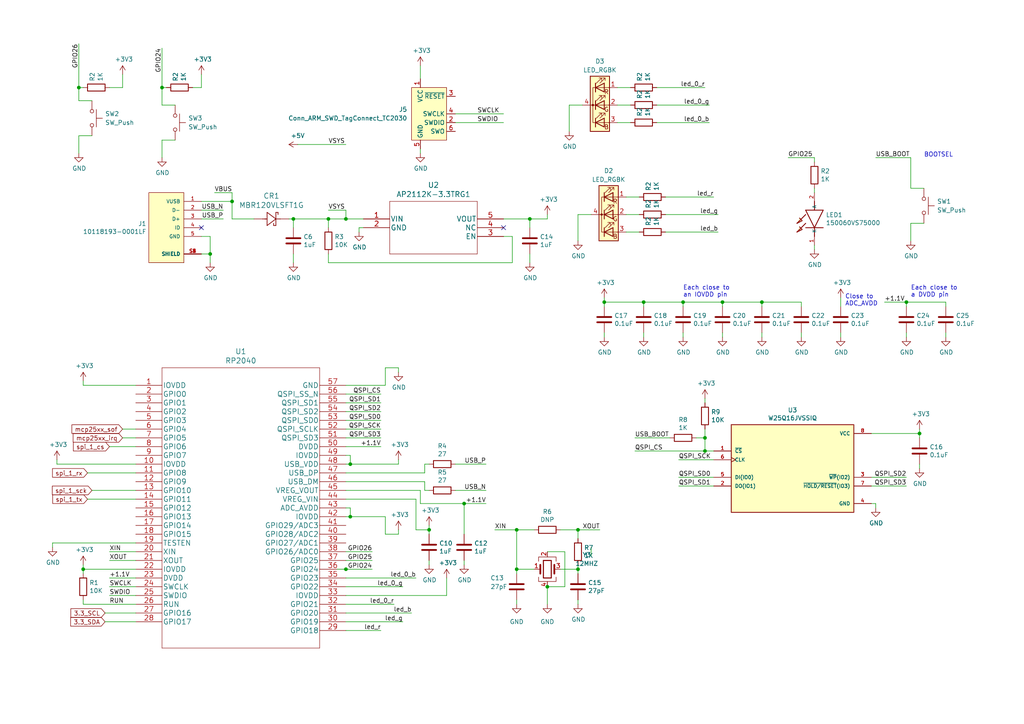
<source format=kicad_sch>
(kicad_sch (version 20230121) (generator eeschema)
  (paper "A4")
  (junction (at 67.31 58.42))
  (junction (at 60.96 73.66))
  (junction (at 186.69 87.63))
  (junction (at 101.6 149.86))
  (junction (at 209.55 87.63))
  (junction (at 167.64 165.1))
  (junction (at 22.86 25.4))
  (junction (at 149.86 153.67))
  (junction (at 198.12 87.63))
  (junction (at 204.47 130.81))
  (junction (at 95.25 63.5))
  (junction (at 262.89 87.63))
  (junction (at 149.86 165.1))
  (junction (at 100.33 63.5))
  (junction (at 167.64 153.67))
  (junction (at 100.33 165.1))
  (junction (at 153.67 63.5))
  (junction (at 266.7 125.73))
  (junction (at 220.98 87.63))
  (junction (at 204.47 127))
  (junction (at 158.75 170.18))
  (junction (at 24.13 165.1))
  (junction (at 134.62 146.05))
  (junction (at 85.09 63.5))
  (junction (at 101.6 134.62))
  (junction (at 46.99 25.4))
  (junction (at 124.46 153.67))
  (junction (at 175.26 87.63))
  (no_connect (at 58.42 66.04))
  (no_connect (at 146.05 66.04))
  (wire (pts (xy 264.16 45.72) (xy 264.16 54.61)))
  (wire (pts (xy 264.16 45.72) (xy 254 45.72)))
  (wire (pts (xy 100.33 121.92) (xy 110.49 121.92)))
  (wire (pts (xy 101.6 147.32) (xy 101.6 149.86)))
  (wire (pts (xy 22.86 25.4) (xy 24.13 25.4)))
  (wire (pts (xy 100.33 180.34) (xy 116.84 180.34)))
  (wire (pts (xy 121.92 146.05) (xy 134.62 146.05)))
  (wire (pts (xy 264.16 54.61) (xy 267.97 54.61)))
  (wire (pts (xy 132.08 35.56) (xy 146.05 35.56)))
  (wire (pts (xy 209.55 88.9) (xy 209.55 87.63)))
  (wire (pts (xy 100.33 160.02) (xy 107.95 160.02)))
  (wire (pts (xy 100.33 162.56) (xy 107.95 162.56)))
  (wire (pts (xy 220.98 88.9) (xy 220.98 87.63)))
  (wire (pts (xy 149.86 165.1) (xy 154.94 165.1)))
  (wire (pts (xy 162.56 153.67) (xy 167.64 153.67)))
  (wire (pts (xy 24.13 111.76) (xy 39.37 111.76)))
  (wire (pts (xy 252.73 140.97) (xy 262.89 140.97)))
  (wire (pts (xy 39.37 162.56) (xy 31.75 162.56)))
  (wire (pts (xy 100.33 170.18) (xy 116.84 170.18)))
  (wire (pts (xy 171.45 161.29) (xy 171.45 158.75)))
  (wire (pts (xy 35.56 127) (xy 39.37 127)))
  (wire (pts (xy 132.08 142.24) (xy 140.97 142.24)))
  (wire (pts (xy 184.15 130.81) (xy 204.47 130.81)))
  (wire (pts (xy 264.16 64.77) (xy 264.16 69.85)))
  (wire (pts (xy 236.22 45.72) (xy 228.6 45.72)))
  (wire (pts (xy 15.24 157.48) (xy 39.37 157.48)))
  (wire (pts (xy 100.33 149.86) (xy 101.6 149.86)))
  (wire (pts (xy 175.26 87.63) (xy 175.26 88.9)))
  (wire (pts (xy 100.33 134.62) (xy 101.6 134.62)))
  (wire (pts (xy 158.75 63.5) (xy 158.75 62.23)))
  (wire (pts (xy 123.19 142.24) (xy 124.46 142.24)))
  (wire (pts (xy 252.73 146.05) (xy 254 146.05)))
  (wire (pts (xy 24.13 175.26) (xy 24.13 173.99)))
  (wire (pts (xy 31.75 129.54) (xy 39.37 129.54)))
  (wire (pts (xy 207.01 138.43) (xy 196.85 138.43)))
  (wire (pts (xy 167.64 163.83) (xy 167.64 165.1)))
  (wire (pts (xy 95.25 63.5) (xy 95.25 66.04)))
  (wire (pts (xy 58.42 63.5) (xy 64.77 63.5)))
  (wire (pts (xy 181.61 57.15) (xy 185.42 57.15)))
  (wire (pts (xy 22.86 39.37) (xy 26.67 39.37)))
  (wire (pts (xy 24.13 166.37) (xy 24.13 165.1)))
  (wire (pts (xy 100.33 142.24) (xy 121.92 142.24)))
  (wire (pts (xy 162.56 165.1) (xy 167.64 165.1)))
  (wire (pts (xy 16.51 134.62) (xy 16.51 133.35)))
  (wire (pts (xy 209.55 96.52) (xy 209.55 97.79)))
  (wire (pts (xy 22.86 39.37) (xy 22.86 44.45)))
  (wire (pts (xy 232.41 88.9) (xy 232.41 87.63)))
  (wire (pts (xy 124.46 153.67) (xy 124.46 154.94)))
  (wire (pts (xy 100.33 165.1) (xy 107.95 165.1)))
  (wire (pts (xy 163.83 170.18) (xy 158.75 170.18)))
  (wire (pts (xy 198.12 96.52) (xy 198.12 97.79)))
  (wire (pts (xy 83.82 63.5) (xy 85.09 63.5)))
  (wire (pts (xy 100.33 111.76) (xy 111.76 111.76)))
  (wire (pts (xy 100.33 60.96) (xy 95.25 60.96)))
  (wire (pts (xy 67.31 63.5) (xy 73.66 63.5)))
  (wire (pts (xy 274.32 88.9) (xy 274.32 87.63)))
  (wire (pts (xy 148.59 76.2) (xy 148.59 68.58)))
  (wire (pts (xy 167.64 173.99) (xy 167.64 175.26)))
  (wire (pts (xy 104.14 67.31) (xy 104.14 66.04)))
  (wire (pts (xy 194.31 127) (xy 184.15 127)))
  (wire (pts (xy 100.33 144.78) (xy 120.65 144.78)))
  (wire (pts (xy 167.64 62.23) (xy 171.45 62.23)))
  (wire (pts (xy 220.98 96.52) (xy 220.98 97.79)))
  (wire (pts (xy 100.33 139.7) (xy 123.19 139.7)))
  (wire (pts (xy 120.65 144.78) (xy 120.65 153.67)))
  (wire (pts (xy 252.73 125.73) (xy 266.7 125.73)))
  (wire (pts (xy 179.07 30.48) (xy 182.88 30.48)))
  (wire (pts (xy 100.33 127) (xy 110.49 127)))
  (wire (pts (xy 198.12 88.9) (xy 198.12 87.63)))
  (wire (pts (xy 95.25 63.5) (xy 100.33 63.5)))
  (wire (pts (xy 67.31 55.88) (xy 62.23 55.88)))
  (wire (pts (xy 153.67 63.5) (xy 158.75 63.5)))
  (wire (pts (xy 190.5 30.48) (xy 205.74 30.48)))
  (wire (pts (xy 60.96 68.58) (xy 60.96 73.66)))
  (wire (pts (xy 149.86 153.67) (xy 154.94 153.67)))
  (wire (pts (xy 46.99 25.4) (xy 48.26 25.4)))
  (wire (pts (xy 46.99 13.97) (xy 46.99 25.4)))
  (wire (pts (xy 85.09 73.66) (xy 85.09 76.2)))
  (wire (pts (xy 15.24 157.48) (xy 15.24 158.75)))
  (wire (pts (xy 39.37 172.72) (xy 31.75 172.72)))
  (wire (pts (xy 167.64 153.67) (xy 167.64 156.21)))
  (wire (pts (xy 58.42 58.42) (xy 67.31 58.42)))
  (wire (pts (xy 58.42 60.96) (xy 64.77 60.96)))
  (wire (pts (xy 115.57 154.94) (xy 115.57 153.67)))
  (wire (pts (xy 198.12 87.63) (xy 186.69 87.63)))
  (wire (pts (xy 100.33 63.5) (xy 100.33 60.96)))
  (wire (pts (xy 85.09 63.5) (xy 95.25 63.5)))
  (wire (pts (xy 24.13 111.76) (xy 24.13 110.49)))
  (wire (pts (xy 24.13 165.1) (xy 39.37 165.1)))
  (wire (pts (xy 146.05 63.5) (xy 153.67 63.5)))
  (wire (pts (xy 121.92 19.05) (xy 121.92 22.86)))
  (wire (pts (xy 149.86 153.67) (xy 143.51 153.67)))
  (wire (pts (xy 67.31 58.42) (xy 67.31 55.88)))
  (wire (pts (xy 196.85 133.35) (xy 207.01 133.35)))
  (wire (pts (xy 120.65 153.67) (xy 124.46 153.67)))
  (wire (pts (xy 100.33 172.72) (xy 129.54 172.72)))
  (wire (pts (xy 167.64 62.23) (xy 167.64 69.85)))
  (wire (pts (xy 100.33 124.46) (xy 110.49 124.46)))
  (wire (pts (xy 175.26 87.63) (xy 175.26 86.36)))
  (wire (pts (xy 95.25 76.2) (xy 148.59 76.2)))
  (wire (pts (xy 158.75 160.02) (xy 163.83 160.02)))
  (wire (pts (xy 58.42 73.66) (xy 60.96 73.66)))
  (wire (pts (xy 153.67 63.5) (xy 153.67 66.04)))
  (wire (pts (xy 100.33 182.88) (xy 110.49 182.88)))
  (wire (pts (xy 30.48 177.8) (xy 39.37 177.8)))
  (wire (pts (xy 46.99 40.64) (xy 46.99 45.72)))
  (wire (pts (xy 100.33 116.84) (xy 110.49 116.84)))
  (wire (pts (xy 179.07 35.56) (xy 182.88 35.56)))
  (wire (pts (xy 24.13 163.83) (xy 24.13 165.1)))
  (wire (pts (xy 115.57 134.62) (xy 115.57 133.35)))
  (wire (pts (xy 22.86 12.7) (xy 22.86 25.4)))
  (wire (pts (xy 39.37 167.64) (xy 31.75 167.64)))
  (wire (pts (xy 207.01 140.97) (xy 196.85 140.97)))
  (wire (pts (xy 46.99 30.48) (xy 50.8 30.48)))
  (wire (pts (xy 101.6 149.86) (xy 111.76 149.86)))
  (wire (pts (xy 220.98 87.63) (xy 209.55 87.63)))
  (wire (pts (xy 163.83 160.02) (xy 163.83 170.18)))
  (wire (pts (xy 104.14 66.04) (xy 105.41 66.04)))
  (wire (pts (xy 165.1 30.48) (xy 165.1 38.1)))
  (wire (pts (xy 190.5 25.4) (xy 204.47 25.4)))
  (wire (pts (xy 123.19 139.7) (xy 123.19 142.24)))
  (wire (pts (xy 254 146.05) (xy 254 147.32)))
  (wire (pts (xy 149.86 173.99) (xy 149.86 175.26)))
  (wire (pts (xy 25.4 137.16) (xy 39.37 137.16)))
  (wire (pts (xy 232.41 87.63) (xy 220.98 87.63)))
  (wire (pts (xy 35.56 21.59) (xy 35.56 25.4)))
  (wire (pts (xy 236.22 46.99) (xy 236.22 45.72)))
  (wire (pts (xy 100.33 63.5) (xy 105.41 63.5)))
  (wire (pts (xy 232.41 96.52) (xy 232.41 97.79)))
  (wire (pts (xy 86.36 41.91) (xy 100.33 41.91)))
  (wire (pts (xy 236.22 71.12) (xy 236.22 72.39)))
  (wire (pts (xy 111.76 154.94) (xy 115.57 154.94)))
  (wire (pts (xy 111.76 149.86) (xy 111.76 154.94)))
  (wire (pts (xy 175.26 96.52) (xy 175.26 97.79)))
  (wire (pts (xy 101.6 132.08) (xy 101.6 134.62)))
  (wire (pts (xy 26.67 142.24) (xy 39.37 142.24)))
  (wire (pts (xy 67.31 58.42) (xy 67.31 63.5)))
  (wire (pts (xy 264.16 64.77) (xy 267.97 64.77)))
  (wire (pts (xy 31.75 25.4) (xy 35.56 25.4)))
  (wire (pts (xy 207.01 130.81) (xy 204.47 130.81)))
  (wire (pts (xy 132.08 33.02) (xy 146.05 33.02)))
  (wire (pts (xy 97.79 165.1) (xy 100.33 165.1)))
  (wire (pts (xy 121.92 43.18) (xy 121.92 44.45)))
  (wire (pts (xy 100.33 114.3) (xy 110.49 114.3)))
  (wire (pts (xy 256.54 87.63) (xy 262.89 87.63)))
  (wire (pts (xy 100.33 177.8) (xy 119.38 177.8)))
  (wire (pts (xy 266.7 134.62) (xy 266.7 135.89)))
  (wire (pts (xy 236.22 54.61) (xy 236.22 55.88)))
  (wire (pts (xy 158.75 170.18) (xy 158.75 175.26)))
  (wire (pts (xy 115.57 106.68) (xy 115.57 107.95)))
  (wire (pts (xy 16.51 134.62) (xy 39.37 134.62)))
  (wire (pts (xy 266.7 124.46) (xy 266.7 125.73)))
  (wire (pts (xy 124.46 162.56) (xy 124.46 163.83)))
  (wire (pts (xy 179.07 25.4) (xy 182.88 25.4)))
  (wire (pts (xy 193.04 67.31) (xy 208.28 67.31)))
  (wire (pts (xy 148.59 68.58) (xy 146.05 68.58)))
  (wire (pts (xy 181.61 62.23) (xy 185.42 62.23)))
  (wire (pts (xy 100.33 129.54) (xy 110.49 129.54)))
  (wire (pts (xy 204.47 130.81) (xy 204.47 127)))
  (wire (pts (xy 165.1 30.48) (xy 168.91 30.48)))
  (wire (pts (xy 46.99 25.4) (xy 46.99 30.48)))
  (wire (pts (xy 58.42 21.59) (xy 58.42 25.4)))
  (wire (pts (xy 22.86 25.4) (xy 22.86 29.21)))
  (wire (pts (xy 153.67 73.66) (xy 153.67 76.2)))
  (wire (pts (xy 100.33 175.26) (xy 114.3 175.26)))
  (wire (pts (xy 100.33 119.38) (xy 110.49 119.38)))
  (wire (pts (xy 111.76 106.68) (xy 115.57 106.68)))
  (wire (pts (xy 134.62 162.56) (xy 134.62 163.83)))
  (wire (pts (xy 30.48 180.34) (xy 39.37 180.34)))
  (wire (pts (xy 111.76 111.76) (xy 111.76 106.68)))
  (wire (pts (xy 149.86 166.37) (xy 149.86 165.1)))
  (wire (pts (xy 39.37 170.18) (xy 31.75 170.18)))
  (wire (pts (xy 101.6 134.62) (xy 115.57 134.62)))
  (wire (pts (xy 243.84 86.36) (xy 243.84 88.9)))
  (wire (pts (xy 123.19 137.16) (xy 123.19 134.62)))
  (wire (pts (xy 134.62 154.94) (xy 134.62 146.05)))
  (wire (pts (xy 85.09 63.5) (xy 85.09 66.04)))
  (wire (pts (xy 190.5 35.56) (xy 205.74 35.56)))
  (wire (pts (xy 201.93 127) (xy 204.47 127)))
  (wire (pts (xy 204.47 127) (xy 204.47 124.46)))
  (wire (pts (xy 35.56 124.46) (xy 39.37 124.46)))
  (wire (pts (xy 186.69 96.52) (xy 186.69 97.79)))
  (wire (pts (xy 58.42 68.58) (xy 60.96 68.58)))
  (wire (pts (xy 252.73 138.43) (xy 262.89 138.43)))
  (wire (pts (xy 262.89 88.9) (xy 262.89 87.63)))
  (wire (pts (xy 186.69 88.9) (xy 186.69 87.63)))
  (wire (pts (xy 167.64 165.1) (xy 167.64 166.37)))
  (wire (pts (xy 100.33 147.32) (xy 101.6 147.32)))
  (wire (pts (xy 134.62 146.05) (xy 140.97 146.05)))
  (wire (pts (xy 149.86 165.1) (xy 149.86 153.67)))
  (wire (pts (xy 39.37 160.02) (xy 31.75 160.02)))
  (wire (pts (xy 46.99 40.64) (xy 50.8 40.64)))
  (wire (pts (xy 243.84 96.52) (xy 243.84 97.79)))
  (wire (pts (xy 266.7 125.73) (xy 266.7 127)))
  (wire (pts (xy 193.04 62.23) (xy 208.28 62.23)))
  (wire (pts (xy 181.61 67.31) (xy 185.42 67.31)))
  (wire (pts (xy 124.46 153.67) (xy 124.46 152.4)))
  (wire (pts (xy 132.08 134.62) (xy 140.97 134.62)))
  (wire (pts (xy 24.13 175.26) (xy 39.37 175.26)))
  (wire (pts (xy 204.47 115.57) (xy 204.47 116.84)))
  (wire (pts (xy 274.32 96.52) (xy 274.32 97.79)))
  (wire (pts (xy 167.64 153.67) (xy 173.99 153.67)))
  (wire (pts (xy 209.55 87.63) (xy 198.12 87.63)))
  (wire (pts (xy 100.33 132.08) (xy 101.6 132.08)))
  (wire (pts (xy 129.54 172.72) (xy 129.54 167.64)))
  (wire (pts (xy 121.92 142.24) (xy 121.92 146.05)))
  (wire (pts (xy 95.25 73.66) (xy 95.25 76.2)))
  (wire (pts (xy 100.33 137.16) (xy 123.19 137.16)))
  (wire (pts (xy 262.89 96.52) (xy 262.89 97.79)))
  (wire (pts (xy 25.4 144.78) (xy 39.37 144.78)))
  (wire (pts (xy 100.33 167.64) (xy 120.65 167.64)))
  (wire (pts (xy 22.86 29.21) (xy 26.67 29.21)))
  (wire (pts (xy 123.19 134.62) (xy 124.46 134.62)))
  (wire (pts (xy 60.96 73.66) (xy 60.96 76.2)))
  (wire (pts (xy 193.04 57.15) (xy 207.01 57.15)))
  (wire (pts (xy 274.32 87.63) (xy 262.89 87.63)))
  (wire (pts (xy 186.69 87.63) (xy 175.26 87.63)))
  (wire (pts (xy 55.88 25.4) (xy 58.42 25.4)))
  (text "BOOTSEL" (at 267.97 45.72 0) (effects (font (size 1.27 1.27)) (justify left bottom)))
  (text "Each close to\nan IOVDD pin" (at 198.12 86.36 0) (effects (font (size 1.27 1.27)) (justify left bottom)))
  (text "Close to\nADC_AVDD" (at 245.11 88.9 0) (effects (font (size 1.27 1.27)) (justify left bottom)))
  (text "Each close to\na DVDD pin" (at 264.16 86.36 0) (effects (font (size 1.27 1.27)) (justify left bottom)))
  (label "QSPI_SD0" (at 196.85 138.43 0))
  (label "led_0_g" (at 116.84 170.18 180))
  (label "VSYS" (at 95.25 60.96 0))
  (label "led_0_g" (at 205.74 30.48 180))
  (label "QSPI_SD3" (at 110.49 127 180))
  (label "led_0_b" (at 120.65 167.64 180))
  (label "QSPI_SD3" (at 262.89 140.97 180))
  (label "GPIO24" (at 46.99 13.97 270))
  (label "VSYS" (at 95.25 41.91 0))
  (label "+1.1V" (at 256.54 87.63 0))
  (label "led_r" (at 110.49 182.88 180))
  (label "SWCLK" (at 31.75 170.18 0))
  (label "USB_N" (at 140.97 142.24 180))
  (label "USB_BOOT" (at 254 45.72 0))
  (label "USB_BOOT" (at 184.15 127 0))
  (label "QSPI_SD2" (at 110.49 119.38 180))
  (label "led_0_r" (at 204.47 25.4 180))
  (label "VBUS" (at 62.23 55.88 0))
  (label "QSPI_SD1" (at 196.85 140.97 0))
  (label "+1.1V" (at 110.49 129.54 180))
  (label "GPIO26" (at 107.95 160.02 180))
  (label "SWDIO" (at 138.43 35.56 0))
  (label "led_r" (at 207.01 57.15 180))
  (label "QSPI_SD1" (at 110.49 116.84 180))
  (label "QSPI_SD2" (at 262.89 138.43 180))
  (label "QSPI_CS" (at 110.49 114.3 180))
  (label "led_0_r" (at 114.3 175.26 180))
  (label "QSPI_SCK" (at 110.49 124.46 180))
  (label "QSPI_CS" (at 184.15 130.81 0))
  (label "XIN" (at 143.51 153.67 0))
  (label "GPIO25" (at 228.6 45.72 0))
  (label "QSPI_SCK" (at 196.85 133.35 0))
  (label "GPIO26" (at 22.86 12.7 270))
  (label "GPIO25" (at 107.95 162.56 180))
  (label "XIN" (at 31.75 160.02 0))
  (label "USB_P" (at 64.77 63.5 180))
  (label "+1.1V" (at 31.75 167.64 0))
  (label "USB_N" (at 64.77 60.96 180))
  (label "led_g" (at 116.84 180.34 180))
  (label "USB_P" (at 140.97 134.62 180))
  (label "SWDIO" (at 31.75 172.72 0))
  (label "RUN" (at 31.75 175.26 0))
  (label "GPIO24" (at 107.95 165.1 180))
  (label "QSPI_SD0" (at 110.49 121.92 180))
  (label "led_b" (at 119.38 177.8 180))
  (label "led_0_b" (at 205.74 35.56 180))
  (label "+1.1V" (at 140.97 146.05 180))
  (label "SWCLK" (at 138.43 33.02 0))
  (label "XOUT" (at 31.75 162.56 0))
  (label "XOUT" (at 173.99 153.67 180))
  (label "led_b" (at 208.28 67.31 180))
  (label "led_g" (at 208.28 62.23 180))
  (global_label "spi_1_rx" (shape input) (at 25.4 137.16 180) (property "Intersheetrefs" "${INTERSHEET_REFS}" (effects hide)))
  (global_label "mcp25xx_irq" (shape input) (at 35.56 127 180) (property "Intersheetrefs" "${INTERSHEET_REFS}" (effects hide)))
  (global_label "spi_1_tx" (shape input) (at 25.4 144.78 180) (property "Intersheetrefs" "${INTERSHEET_REFS}" (effects hide)))
  (global_label "3.3_SDA" (shape input) (at 30.48 180.34 180) (property "Intersheetrefs" "${INTERSHEET_REFS}" (effects hide)))
  (global_label "3.3_SCL" (shape input) (at 30.48 177.8 180) (property "Intersheetrefs" "${INTERSHEET_REFS}" (effects hide)))
  (global_label "mcp25xx_sof" (shape input) (at 35.56 124.46 180) (property "Intersheetrefs" "${INTERSHEET_REFS}" (effects hide)))
  (global_label "spi_1_cs" (shape input) (at 31.75 129.54 180) (property "Intersheetrefs" "${INTERSHEET_REFS}" (effects hide)))
  (global_label "spi_1_sck" (shape input) (at 26.67 142.24 180) (property "Intersheetrefs" "${INTERSHEET_REFS}" (effects hide)))
  (symbol (lib_id "power:GND") (at 121.92 44.45 0) (unit 1)
    (property "Reference" "#PWR0136" (effects hide))
    (property "Value" "GND" (at 122.047 48.8442 0))
    (instances (project "rpi-pico-debugger-shoe" (path "" (reference "#PWR0136") (unit 1))) (project "ltp_kikad" (path "" (reference "#PWR055") (unit 1))))
  )
  (symbol (lib_id "power:+5V") (at 86.36 41.91 90) (unit 1)
    (property "Reference" "#PWR08" (effects hide))
    (property "Value" "+5V" (at 86.36 39.37 90))
    (instances (project "LTP305_ESP32_CLOCK" (path "" (reference "#PWR08") (unit 1))) (project "ltp_kikad" (path "" (reference "#PWR01") (unit 1)) (path "" (reference "#PWR02") (unit 1)) (path "" (reference "#PWR057") (unit 1))))
  )
  (symbol (lib_id "Device:R") (at 186.69 25.4 90) (unit 1)
    (property "Reference" "R2" (at 185.5216 23.622 0) (effects (justify left)))
    (property "Value" "1K" (at 187.833 23.622 0) (effects (justify left)))
    (property "Footprint" "Resistor_SMD:R_0402_1005Metric" (effects hide))
    (property "Digi-Key_PN" "311-1.00KHRCT-ND" (effects hide))
    (instances (project "rpi-pico-debugger-shoe" (path "" (reference "R2") (unit 1))) (project "ltp_kikad" (path "" (reference "R11") (unit 1))))
  )
  (symbol (lib_id "rpi-pico-debugger-shoe-rescue:150060VS75000-150060VS75000") (at 236.22 71.12 90) (unit 1)
    (property "Reference" "LED1" (at 239.522 62.3316 90) (effects (justify right)))
    (property "Value" "150060VS75000" (at 239.522 64.643 90) (effects (justify right)))
    (property "Footprint" "LED_SMD:LED_0603_1608Metric" (effects hide))
    (property "MOUSER_PART_NUMBER" "710-150060VS75000" (effects hide))
    (property "DESCRIPTION" "LED,Wurth Elektronik,150060VS75000 Wurth Elektronik 150060VS75000, WL-SMCW Series Green LED, 570 nm, 1608 (0603) Clear, Rectangle Lens SMD Package" (effects hide))
    (property "MOUSER_PRICE-STOCK" "https://www.mouser.com/Search/Refine.aspx?Keyword=710-150060VS75000" (effects hide))
    (property "RS_PART_NUMBER" "8154215P" (effects hide))
    (property "HEIGHT" "0.8mm" (effects hide))
    (property "RS_PRICE-STOCK" "http://uk.rs-online.com/web/p/products/8154215P" (effects hide))
    (property "MANUFACTURER_NAME" "Wurth Elektronik" (effects hide))
    (property "MANUFACTURER_PART_NUMBER" "150060VS75000" (effects hide))
    (property "Digi-Key_PN" "732-4980-1-ND" (effects hide))
  )
  (symbol (lib_id "Connector:Conn_ARM_SWD_TagConnect_TC2030") (at 124.46 33.02 0) (unit 1) (in_bom no)
    (property "Reference" "J5" (at 118.11 31.75 0) (effects (justify right)))
    (property "Value" "Conn_ARM_SWD_TagConnect_TC2030" (at 118.11 34.29 0) (effects (justify right)))
    (property "Footprint" "Connector:Tag-Connect_TC2030-IDC-NL_2x03_P1.27mm_Vertical" (effects hide))
    (property "Datasheet" "https://www.tag-connect.com/wp-content/uploads/bsk-pdf-manager/TC2030-CTX_1.pdf" (effects hide))
  )
  (symbol (lib_id "Device:C") (at 186.69 92.71 0) (unit 1)
    (property "Reference" "C18" (at 189.611 91.5416 0) (effects (justify left)))
    (property "Value" "0.1uF" (at 189.611 93.853 0) (effects (justify left)))
    (property "Footprint" "Capacitor_SMD:C_0402_1005Metric" (effects hide))
    (property "Digi-Key_PN" "311-1344-1-ND" (effects hide))
    (instances (project "rpi-pico-debugger-shoe" (path "" (reference "C18") (unit 1))) (project "ltp_kikad" (path "" (reference "C22") (unit 1))))
  )
  (symbol (lib_id "Device:C") (at 220.98 92.71 0) (unit 1)
    (property "Reference" "C21" (at 223.901 91.5416 0) (effects (justify left)))
    (property "Value" "0.1uF" (at 223.901 93.853 0) (effects (justify left)))
    (property "Footprint" "Capacitor_SMD:C_0402_1005Metric" (effects hide))
    (property "Digi-Key_PN" "311-1344-1-ND" (effects hide))
    (instances (project "rpi-pico-debugger-shoe" (path "" (reference "C21") (unit 1))) (project "ltp_kikad" (path "" (reference "C25") (unit 1))))
  )
  (symbol (lib_id "Device:C") (at 274.32 92.71 0) (unit 1)
    (property "Reference" "C25" (at 277.241 91.5416 0) (effects (justify left)))
    (property "Value" "0.1uF" (at 277.241 93.853 0) (effects (justify left)))
    (property "Footprint" "Capacitor_SMD:C_0402_1005Metric" (effects hide))
    (property "Digi-Key_PN" "311-1344-1-ND" (effects hide))
    (instances (project "rpi-pico-debugger-shoe" (path "" (reference "C25") (unit 1))) (project "ltp_kikad" (path "" (reference "C29") (unit 1))))
  )
  (symbol (lib_id "power:GND") (at 254 147.32 0) (unit 1)
    (property "Reference" "#PWR0132" (effects hide))
    (property "Value" "GND" (at 254.127 151.7142 0))
    (instances (project "rpi-pico-debugger-shoe" (path "" (reference "#PWR0132") (unit 1))) (project "ltp_kikad" (path "" (reference "#PWR094") (unit 1))))
  )
  (symbol (lib_id "rpi-pico-debugger-shoe-rescue:+3.3V-power") (at 35.56 21.59 0) (unit 1)
    (property "Reference" "#PWR0104" (effects hide))
    (property "Value" "+3.3V" (at 35.941 17.1958 0))
    (instances (project "rpi-pico-debugger-shoe" (path "" (reference "#PWR0104") (unit 1))) (project "ltp_kikad" (path "" (reference "#PWR066") (unit 1))))
  )
  (symbol (lib_id "rpi-pico-debugger-shoe-rescue:+3.3V-power") (at 266.7 124.46 0) (unit 1)
    (property "Reference" "#PWR0133" (effects hide))
    (property "Value" "+3.3V" (at 267.081 120.0658 0))
    (instances (project "rpi-pico-debugger-shoe" (path "" (reference "#PWR0133") (unit 1))) (project "ltp_kikad" (path "" (reference "#PWR095") (unit 1))))
  )
  (symbol (lib_id "power:GND") (at 209.55 97.79 0) (unit 1)
    (property "Reference" "#PWR05" (effects hide))
    (property "Value" "GND" (at 209.677 102.1842 0))
    (instances (project "rpi-pico-debugger-shoe" (path "" (reference "#PWR05") (unit 1))) (project "ltp_kikad" (path "" (reference "#PWR047") (unit 1))))
  )
  (symbol (lib_id "Device:R") (at 198.12 127 270) (unit 1)
    (property "Reference" "R8" (at 198.12 121.7422 90))
    (property "Value" "1K" (at 198.12 124.0536 90))
    (property "Footprint" "Resistor_SMD:R_0402_1005Metric" (effects hide))
    (property "Digi-Key_PN" "311-1.00KHRCT-ND" (effects hide))
    (instances (project "rpi-pico-debugger-shoe" (path "" (reference "R8") (unit 1))) (project "ltp_kikad" (path "" (reference "R5") (unit 1))))
  )
  (symbol (lib_id "power:GND") (at 274.32 97.79 0) (unit 1)
    (property "Reference" "#PWR011" (effects hide))
    (property "Value" "GND" (at 274.447 102.1842 0))
    (instances (project "rpi-pico-debugger-shoe" (path "" (reference "#PWR011") (unit 1))) (project "ltp_kikad" (path "" (reference "#PWR053") (unit 1))))
  )
  (symbol (lib_id "power:GND") (at 85.09 76.2 0) (unit 1)
    (property "Reference" "#PWR0102" (effects hide))
    (property "Value" "GND" (at 85.217 80.5942 0))
    (instances (project "rpi-pico-debugger-shoe" (path "" (reference "#PWR0102") (unit 1))) (project "ltp_kikad" (path "" (reference "#PWR039") (unit 1))))
  )
  (symbol (lib_id "power:GND") (at 266.7 135.89 0) (unit 1)
    (property "Reference" "#PWR0131" (effects hide))
    (property "Value" "GND" (at 266.827 140.2842 0))
    (instances (project "rpi-pico-debugger-shoe" (path "" (reference "#PWR0131") (unit 1))) (project "ltp_kikad" (path "" (reference "#PWR096") (unit 1))))
  )
  (symbol (lib_id "rpi-pico-debugger-shoe-rescue:AP2112K-3.3TRG1-2021-05-12_00-19-53") (at 105.41 63.5 0) (unit 1)
    (property "Reference" "U2" (at 125.73 53.6702 0) (effects (font (size 1.524 1.524))))
    (property "Value" "AP2112K-3.3TRG1" (at 125.73 56.3626 0) (effects (font (size 1.524 1.524))))
    (property "Footprint" "Package_TO_SOT_SMD:SOT-23-5" (effects hide))
    (property "Digi-Key_PN" "AP2112K-3.3TRG1DICT-ND" (effects hide))
    (instances (project "rpi-pico-debugger-shoe" (path "" (reference "U2") (unit 1))) (project "ltp_kikad" (path "" (reference "U1") (unit 1))))
  )
  (symbol (lib_id "Device:R") (at 27.94 25.4 90) (unit 1)
    (property "Reference" "R2" (at 26.7716 23.622 0) (effects (justify left)))
    (property "Value" "1K" (at 29.083 23.622 0) (effects (justify left)))
    (property "Footprint" "Resistor_SMD:R_0402_1005Metric" (effects hide))
    (property "Digi-Key_PN" "311-1.00KHRCT-ND" (effects hide))
    (instances (project "rpi-pico-debugger-shoe" (path "" (reference "R2") (unit 1))) (project "ltp_kikad" (path "" (reference "R14") (unit 1))))
  )
  (symbol (lib_id "Device:R") (at 236.22 50.8 0) (unit 1)
    (property "Reference" "R2" (at 237.998 49.6316 0) (effects (justify left)))
    (property "Value" "1K" (at 237.998 51.943 0) (effects (justify left)))
    (property "Footprint" "Resistor_SMD:R_0402_1005Metric" (effects hide))
    (property "Digi-Key_PN" "311-1.00KHRCT-ND" (effects hide))
    (instances (project "rpi-pico-debugger-shoe" (path "" (reference "R2") (unit 1))) (project "ltp_kikad" (path "" (reference "R7") (unit 1))))
  )
  (symbol (lib_id "power:GND") (at 149.86 175.26 0) (unit 1)
    (property "Reference" "#PWR0117" (effects hide))
    (property "Value" "GND" (at 149.86 180.34 0))
    (instances (project "rpi-pico-debugger-shoe" (path "" (reference "#PWR0117") (unit 1))) (project "ltp_kikad" (path "" (reference "#PWR097") (unit 1))))
  )
  (symbol (lib_id "Device:Crystal_GND24") (at 158.75 165.1 0) (unit 1)
    (property "Reference" "Y3" (at 170.18 160.9091 0))
    (property "Value" "12MHZ" (at 170.18 163.4491 0))
    (property "Footprint" "LTP-305G:ABM3B" (effects hide))
  )
  (symbol (lib_id "power:GND") (at 115.57 107.95 0) (unit 1)
    (property "Reference" "#PWR0116" (effects hide))
    (property "Value" "GND" (at 115.697 112.3442 0))
    (instances (project "rpi-pico-debugger-shoe" (path "" (reference "#PWR0116") (unit 1))) (project "ltp_kikad" (path "" (reference "#PWR086") (unit 1))))
  )
  (symbol (lib_id "Device:C") (at 262.89 92.71 0) (unit 1)
    (property "Reference" "C24" (at 265.811 91.5416 0) (effects (justify left)))
    (property "Value" "0.1uF" (at 265.811 93.853 0) (effects (justify left)))
    (property "Footprint" "Capacitor_SMD:C_0402_1005Metric" (effects hide))
    (property "Digi-Key_PN" "311-1344-1-ND" (effects hide))
    (instances (project "rpi-pico-debugger-shoe" (path "" (reference "C24") (unit 1))) (project "ltp_kikad" (path "" (reference "C28") (unit 1))))
  )
  (symbol (lib_id "rpi-pico-debugger-shoe-rescue:+3.3V-power") (at 24.13 163.83 0) (unit 1)
    (property "Reference" "#PWR0108" (effects hide))
    (property "Value" "+3.3V" (at 24.511 159.4358 0))
    (instances (project "rpi-pico-debugger-shoe" (path "" (reference "#PWR0108") (unit 1))) (project "ltp_kikad" (path "" (reference "#PWR085") (unit 1))))
  )
  (symbol (lib_id "power:GND") (at 167.64 69.85 0) (unit 1)
    (property "Reference" "#PWR0135" (effects hide))
    (property "Value" "GND" (at 167.767 74.2442 0))
    (instances (project "rpi-pico-debugger-shoe" (path "" (reference "#PWR0135") (unit 1))) (project "ltp_kikad" (path "" (reference "#PWR061") (unit 1))))
  )
  (symbol (lib_id "power:GND") (at 124.46 163.83 0) (unit 1)
    (property "Reference" "#PWR0115" (effects hide))
    (property "Value" "GND" (at 124.587 168.2242 0))
    (instances (project "rpi-pico-debugger-shoe" (path "" (reference "#PWR0115") (unit 1))) (project "ltp_kikad" (path "" (reference "#PWR091") (unit 1))))
  )
  (symbol (lib_id "Device:LED_RGBK") (at 173.99 30.48 0) (unit 1)
    (property "Reference" "D3" (at 173.99 17.78 0))
    (property "Value" "LED_RGBK" (at 173.99 20.32 0))
    (property "Footprint" "LED_SMD:LED_Lumex_SML-LX0303SIUPGUSB" (effects hide))
  )
  (symbol (lib_id "Device:LED_RGBK") (at 176.53 62.23 0) (unit 1)
    (property "Reference" "D2" (at 176.53 49.53 0))
    (property "Value" "LED_RGBK" (at 176.53 52.07 0))
    (property "Footprint" "LED_SMD:LED_Lumex_SML-LX0303SIUPGUSB" (effects hide))
  )
  (symbol (lib_id "Device:R") (at 158.75 153.67 270) (unit 1)
    (property "Reference" "R6" (at 158.75 148.4122 90))
    (property "Value" "DNP" (at 158.75 150.7236 90))
    (property "Footprint" "Resistor_SMD:R_0402_1005Metric" (effects hide))
    (instances (project "rpi-pico-debugger-shoe" (path "" (reference "R6") (unit 1))) (project "ltp_kikad" (path "" (reference "R22") (unit 1))))
  )
  (symbol (lib_id "rpi-pico-debugger-shoe-rescue:W25Q16JVSSIQ-W25Q16JVSSIQ") (at 229.87 135.89 0) (unit 1)
    (property "Reference" "U3" (at 229.87 118.9482 0))
    (property "Value" "W25Q16JVSSIQ" (at 229.87 121.2596 0))
    (property "Footprint" "LTP-305G:SOIC127P790X216-8N" (effects hide))
    (property "PRICE" "None" (effects hide))
    (property "AVAILABILITY" "Unavailable" (effects hide))
    (property "MF" "Winbond Electronics" (effects hide))
    (property "MP" "W25Q16JVSSIQ" (effects hide))
    (property "PACKAGE" "SOIC-8 Winbond" (effects hide))
    (property "DESCRIPTION" "3v 16m-Bit Serial Flash Memory With Dual" (effects hide))
    (property "Digi-Key_PN" "256-W25Q16JVSSIM-ND" (effects hide))
    (instances (project "rpi-pico-debugger-shoe" (path "" (reference "U3") (unit 1))) (project "ltp_kikad" (path "" (reference "U5") (unit 1))))
  )
  (symbol (lib_id "power:GND") (at 264.16 69.85 0) (unit 1)
    (property "Reference" "#PWR0134" (effects hide))
    (property "Value" "GND" (at 264.287 74.2442 0))
    (instances (project "rpi-pico-debugger-shoe" (path "" (reference "#PWR0134") (unit 1))) (project "ltp_kikad" (path "" (reference "#PWR054") (unit 1))))
  )
  (symbol (lib_id "power:GND") (at 220.98 97.79 0) (unit 1)
    (property "Reference" "#PWR06" (effects hide))
    (property "Value" "GND" (at 221.107 102.1842 0))
    (instances (project "rpi-pico-debugger-shoe" (path "" (reference "#PWR06") (unit 1))) (project "ltp_kikad" (path "" (reference "#PWR048") (unit 1))))
  )
  (symbol (lib_id "Device:R") (at 95.25 69.85 0) (unit 1)
    (property "Reference" "R3" (at 97.028 68.6816 0) (effects (justify left)))
    (property "Value" "10K" (at 97.028 70.993 0) (effects (justify left)))
    (property "Footprint" "Resistor_SMD:R_0603_1608Metric_Pad0.98x0.95mm_HandSolder" (effects hide))
    (property "Digi-Key_PN" "311-10KGRCT-ND" (effects hide))
    (instances (project "rpi-pico-debugger-shoe" (path "" (reference "R3") (unit 1))) (project "ltp_kikad" (path "" (reference "R6") (unit 1))))
  )
  (symbol (lib_id "rpi-pico-debugger-shoe-rescue:+3.3V-power") (at 24.13 110.49 0) (unit 1)
    (property "Reference" "#PWR0106" (effects hide))
    (property "Value" "+3.3V" (at 24.511 106.0958 0))
    (instances (project "rpi-pico-debugger-shoe" (path "" (reference "#PWR0106") (unit 1))) (project "ltp_kikad" (path "" (reference "#PWR082") (unit 1))))
  )
  (symbol (lib_id "Device:C") (at 85.09 69.85 0) (unit 1)
    (property "Reference" "C6" (at 88.011 68.6816 0) (effects (justify left)))
    (property "Value" "1uF" (at 88.011 70.993 0) (effects (justify left)))
    (property "Footprint" "Capacitor_SMD:C_0603_1608Metric_Pad1.08x0.95mm_HandSolder" (effects hide))
    (property "Digi-Key_PN" "1276-6524-1-ND" (effects hide))
    (instances (project "rpi-pico-debugger-shoe" (path "" (reference "C6") (unit 1))) (project "ltp_kikad" (path "" (reference "C19") (unit 1))))
  )
  (symbol (lib_id "Device:C") (at 198.12 92.71 0) (unit 1)
    (property "Reference" "C19" (at 201.041 91.5416 0) (effects (justify left)))
    (property "Value" "0.1uF" (at 201.041 93.853 0) (effects (justify left)))
    (property "Footprint" "Capacitor_SMD:C_0402_1005Metric" (effects hide))
    (property "Digi-Key_PN" "311-1344-1-ND" (effects hide))
    (instances (project "rpi-pico-debugger-shoe" (path "" (reference "C19") (unit 1))) (project "ltp_kikad" (path "" (reference "C23") (unit 1))))
  )
  (symbol (lib_id "Device:R") (at 24.13 170.18 0) (unit 1)
    (property "Reference" "R1" (at 25.908 169.0116 0) (effects (justify left)))
    (property "Value" "10K" (at 25.908 171.323 0) (effects (justify left)))
    (property "Footprint" "Resistor_SMD:R_0402_1005Metric" (effects hide))
    (property "Digi-Key_PN" "311-10KGRCT-ND" (effects hide))
  )
  (symbol (lib_id "Device:R") (at 186.69 35.56 90) (unit 1)
    (property "Reference" "R2" (at 185.5216 33.782 0) (effects (justify left)))
    (property "Value" "1K" (at 187.833 33.782 0) (effects (justify left)))
    (property "Footprint" "Resistor_SMD:R_0402_1005Metric" (effects hide))
    (property "Digi-Key_PN" "311-1.00KHRCT-ND" (effects hide))
    (instances (project "rpi-pico-debugger-shoe" (path "" (reference "R2") (unit 1))) (project "ltp_kikad" (path "" (reference "R13") (unit 1))))
  )
  (symbol (lib_id "power:GND") (at 175.26 97.79 0) (unit 1)
    (property "Reference" "#PWR02" (effects hide))
    (property "Value" "GND" (at 175.387 102.1842 0))
    (instances (project "rpi-pico-debugger-shoe" (path "" (reference "#PWR02") (unit 1))) (project "ltp_kikad" (path "" (reference "#PWR044") (unit 1))))
  )
  (symbol (lib_id "rpi-pico-debugger-shoe-rescue:MBR120VLSFT1G-2021-05-12_00-49-18") (at 73.66 63.5 0) (unit 1)
    (property "Reference" "CR1" (at 78.74 56.8198 0) (effects (font (size 1.524 1.524))))
    (property "Value" "MBR120VLSFT1G" (at 78.74 59.5122 0) (effects (font (size 1.524 1.524))))
    (property "Footprint" "LTP-305G:MBR120VLSFT1G" (effects hide))
    (property "Digi-Key_PN" "MBR120VLSFT1GOSCT-ND" (effects hide))
    (instances (project "rpi-pico-debugger-shoe" (path "" (reference "CR1") (unit 1))) (project "ltp_kikad" (path "" (reference "CR2") (unit 1))))
  )
  (symbol (lib_id "rpi-pico-debugger-shoe-rescue:+3.3V-power") (at 243.84 86.36 0) (unit 1)
    (property "Reference" "#PWR08" (effects hide))
    (property "Value" "+3.3V" (at 244.221 81.9658 0))
    (instances (project "rpi-pico-debugger-shoe" (path "" (reference "#PWR08") (unit 1))) (project "ltp_kikad" (path "" (reference "#PWR050") (unit 1))))
  )
  (symbol (lib_id "Device:C") (at 167.64 170.18 0) (unit 1)
    (property "Reference" "C15" (at 170.561 169.0116 0) (effects (justify left)))
    (property "Value" "27pF" (at 170.561 171.323 0) (effects (justify left)))
    (property "Footprint" "Capacitor_SMD:C_0402_1005Metric" (effects hide))
    (property "Digi-Key_PN" "311-1063-1-ND" (effects hide))
    (instances (project "rpi-pico-debugger-shoe" (path "" (reference "C15") (unit 1))) (project "ltp_kikad" (path "" (reference "C35") (unit 1))))
  )
  (symbol (lib_id "power:GND") (at 198.12 97.79 0) (unit 1)
    (property "Reference" "#PWR04" (effects hide))
    (property "Value" "GND" (at 198.247 102.1842 0))
    (instances (project "rpi-pico-debugger-shoe" (path "" (reference "#PWR04") (unit 1))) (project "ltp_kikad" (path "" (reference "#PWR046") (unit 1))))
  )
  (symbol (lib_id "Device:C") (at 149.86 170.18 0) (unit 1)
    (property "Reference" "C13" (at 142.24 167.64 0) (effects (justify left)))
    (property "Value" "27pF" (at 142.24 170.18 0) (effects (justify left)))
    (property "Footprint" "Capacitor_SMD:C_0402_1005Metric" (effects hide))
    (property "Digi-Key_PN" "311-1063-1-ND" (effects hide))
    (instances (project "rpi-pico-debugger-shoe" (path "" (reference "C13") (unit 1))) (project "ltp_kikad" (path "" (reference "C34") (unit 1))))
  )
  (symbol (lib_id "Switch:SW_Push") (at 267.97 59.69 270) (unit 1)
    (property "Reference" "SW1" (at 271.78 58.42 90) (effects (justify left)))
    (property "Value" "SW_Push" (at 271.78 60.96 90) (effects (justify left)))
    (property "Footprint" "Button_Switch_SMD:SW_SPST_B3U-1000P" (effects hide))
  )
  (symbol (lib_id "Switch:SW_Push") (at 26.67 34.29 270) (unit 1)
    (property "Reference" "SW2" (at 30.48 33.02 90) (effects (justify left)))
    (property "Value" "SW_Push" (at 30.48 35.56 90) (effects (justify left)))
    (property "Footprint" "Button_Switch_SMD:SW_SPST_B3U-1000P" (effects hide))
  )
  (symbol (lib_id "power:GND") (at 104.14 67.31 0) (unit 1)
    (property "Reference" "#PWR0101" (effects hide))
    (property "Value" "GND" (at 104.267 71.7042 0))
    (instances (project "rpi-pico-debugger-shoe" (path "" (reference "#PWR0101") (unit 1))) (project "ltp_kikad" (path "" (reference "#PWR040") (unit 1))))
  )
  (symbol (lib_id "rpi-pico-debugger-shoe-rescue:+3.3V-power") (at 121.92 19.05 0) (unit 1)
    (property "Reference" "#PWR0104" (effects hide))
    (property "Value" "+3.3V" (at 122.301 14.6558 0))
    (instances (project "rpi-pico-debugger-shoe" (path "" (reference "#PWR0104") (unit 1))) (project "ltp_kikad" (path "" (reference "#PWR056") (unit 1))))
  )
  (symbol (lib_id "Device:C") (at 153.67 69.85 0) (unit 1)
    (property "Reference" "C14" (at 156.591 68.6816 0) (effects (justify left)))
    (property "Value" "1uF" (at 156.591 70.993 0) (effects (justify left)))
    (property "Footprint" "Capacitor_SMD:C_0402_1005Metric" (effects hide))
    (property "Digi-Key_PN" "1276-6524-1-ND" (effects hide))
    (instances (project "rpi-pico-debugger-shoe" (path "" (reference "C14") (unit 1))) (project "ltp_kikad" (path "" (reference "C20") (unit 1))))
  )
  (symbol (lib_id "Device:R") (at 186.69 30.48 90) (unit 1)
    (property "Reference" "R2" (at 185.5216 28.702 0) (effects (justify left)))
    (property "Value" "1K" (at 187.833 28.702 0) (effects (justify left)))
    (property "Footprint" "Resistor_SMD:R_0402_1005Metric" (effects hide))
    (property "Digi-Key_PN" "311-1.00KHRCT-ND" (effects hide))
    (instances (project "rpi-pico-debugger-shoe" (path "" (reference "R2") (unit 1))) (project "ltp_kikad" (path "" (reference "R12") (unit 1))))
  )
  (symbol (lib_id "power:GND") (at 167.64 175.26 0) (unit 1)
    (property "Reference" "#PWR0118" (effects hide))
    (property "Value" "GND" (at 167.767 179.6542 0))
    (instances (project "rpi-pico-debugger-shoe" (path "" (reference "#PWR0118") (unit 1))) (project "ltp_kikad" (path "" (reference "#PWR098") (unit 1))))
  )
  (symbol (lib_id "power:GND") (at 262.89 97.79 0) (unit 1)
    (property "Reference" "#PWR010" (effects hide))
    (property "Value" "GND" (at 263.017 102.1842 0))
    (instances (project "rpi-pico-debugger-shoe" (path "" (reference "#PWR010") (unit 1))) (project "ltp_kikad" (path "" (reference "#PWR052") (unit 1))))
  )
  (symbol (lib_id "power:GND") (at 60.96 76.2 0) (unit 1)
    (property "Reference" "#PWR0105" (effects hide))
    (property "Value" "GND" (at 61.087 80.5942 0))
    (instances (project "rpi-pico-debugger-shoe" (path "" (reference "#PWR0105") (unit 1))) (project "ltp_kikad" (path "" (reference "#PWR038") (unit 1))))
  )
  (symbol (lib_id "Device:C") (at 243.84 92.71 0) (unit 1)
    (property "Reference" "C23" (at 246.761 91.5416 0) (effects (justify left)))
    (property "Value" "0.1uF" (at 246.761 93.853 0) (effects (justify left)))
    (property "Footprint" "Capacitor_SMD:C_0402_1005Metric" (effects hide))
    (property "Digi-Key_PN" "311-1344-1-ND" (effects hide))
    (instances (project "rpi-pico-debugger-shoe" (path "" (reference "C23") (unit 1))) (project "ltp_kikad" (path "" (reference "C27") (unit 1))))
  )
  (symbol (lib_id "power:GND") (at 22.86 44.45 0) (unit 1)
    (property "Reference" "#PWR0134" (effects hide))
    (property "Value" "GND" (at 22.987 48.8442 0))
    (instances (project "rpi-pico-debugger-shoe" (path "" (reference "#PWR0134") (unit 1))) (project "ltp_kikad" (path "" (reference "#PWR063") (unit 1))))
  )
  (symbol (lib_id "power:GND") (at 15.24 158.75 0) (unit 1)
    (property "Reference" "#PWR0107" (effects hide))
    (property "Value" "GND" (at 15.367 163.1442 0))
    (instances (project "rpi-pico-debugger-shoe" (path "" (reference "#PWR0107") (unit 1))) (project "ltp_kikad" (path "" (reference "#PWR084") (unit 1))))
  )
  (symbol (lib_id "Device:R") (at 128.27 134.62 270) (unit 1)
    (property "Reference" "R4" (at 128.27 129.3622 90))
    (property "Value" "27" (at 128.27 131.6736 90))
    (property "Footprint" "Resistor_SMD:R_0402_1005Metric" (effects hide))
    (property "Digi-Key_PN" "311-27.0HRCT-ND" (effects hide))
    (instances (project "rpi-pico-debugger-shoe" (path "" (reference "R4") (unit 1))) (project "ltp_kikad" (path "" (reference "R3") (unit 1))))
  )
  (symbol (lib_id "Device:C") (at 134.62 158.75 0) (unit 1)
    (property "Reference" "C12" (at 137.541 157.5816 0) (effects (justify left)))
    (property "Value" "1uF" (at 137.541 159.893 0) (effects (justify left)))
    (property "Footprint" "Capacitor_SMD:C_0402_1005Metric" (effects hide))
    (property "Digi-Key_PN" "1276-6524-1-ND" (effects hide))
    (instances (project "rpi-pico-debugger-shoe" (path "" (reference "C12") (unit 1))) (project "ltp_kikad" (path "" (reference "C32") (unit 1))))
  )
  (symbol (lib_id "Device:R") (at 167.64 160.02 0) (unit 1)
    (property "Reference" "R7" (at 169.418 158.8516 0) (effects (justify left)))
    (property "Value" "1K" (at 169.418 161.163 0) (effects (justify left)))
    (property "Footprint" "Resistor_SMD:R_0402_1005Metric" (effects hide))
    (property "Digi-Key_PN" "311-1.00KHRCT-ND" (effects hide))
    (instances (project "rpi-pico-debugger-shoe" (path "" (reference "R7") (unit 1))) (project "ltp_kikad" (path "" (reference "R23") (unit 1))))
  )
  (symbol (lib_id "rpi-pico-debugger-shoe-rescue:+3.3V-power") (at 175.26 86.36 0) (unit 1)
    (property "Reference" "#PWR01" (effects hide))
    (property "Value" "+3.3V" (at 175.641 81.9658 0))
    (instances (project "rpi-pico-debugger-shoe" (path "" (reference "#PWR01") (unit 1))) (project "ltp_kikad" (path "" (reference "#PWR043") (unit 1))))
  )
  (symbol (lib_id "rpi-pico-debugger-shoe-rescue:10118193-0001LF-10118193-0001LF") (at 48.26 66.04 0) (mirror y) (unit 1)
    (property "Reference" "J1" (at 42.4688 64.8716 0) (effects (justify left)))
    (property "Value" "10118193-0001LF" (at 42.4688 67.183 0) (effects (justify left)))
    (property "Footprint" "LTP-305G:101181930001LF" (effects hide))
    (property "DESCRIPTION" "Single Port 5 Contact Shielded SMT MICRO USB B-Type Receptacle" (effects hide))
    (property "MP" "10118193-0001LF" (effects hide))
    (property "PACKAGE" "None" (effects hide))
    (property "AVAILABILITY" "Unavailable" (effects hide))
    (property "PRICE" "None" (effects hide))
    (property "MF" "Amphenol FCI" (effects hide))
    (property "Digi-Key_PN" "609-4616-1-ND" (effects hide))
    (instances (project "rpi-pico-debugger-shoe" (path "" (reference "J1") (unit 1))) (project "ltp_kikad" (path "" (reference "J4") (unit 1))))
  )
  (symbol (lib_id "rpi-pico-debugger-shoe-rescue:+3.3V-power") (at 58.42 21.59 0) (unit 1)
    (property "Reference" "#PWR0104" (effects hide))
    (property "Value" "+3.3V" (at 58.801 17.1958 0))
    (instances (project "rpi-pico-debugger-shoe" (path "" (reference "#PWR0104") (unit 1))) (project "ltp_kikad" (path "" (reference "#PWR065") (unit 1))))
  )
  (symbol (lib_id "rpi-pico-debugger-shoe-rescue:+3.3V-power") (at 129.54 167.64 0) (unit 1)
    (property "Reference" "#PWR0110" (effects hide))
    (property "Value" "+3.3V" (at 129.921 163.2458 0))
    (instances (project "rpi-pico-debugger-shoe" (path "" (reference "#PWR0110") (unit 1))) (project "ltp_kikad" (path "" (reference "#PWR089") (unit 1))))
  )
  (symbol (lib_id "Device:R") (at 189.23 62.23 90) (unit 1)
    (property "Reference" "R2" (at 188.0616 60.452 0) (effects (justify left)))
    (property "Value" "1K" (at 190.373 60.452 0) (effects (justify left)))
    (property "Footprint" "Resistor_SMD:R_0402_1005Metric" (effects hide))
    (property "Digi-Key_PN" "311-1.00KHRCT-ND" (effects hide))
    (instances (project "rpi-pico-debugger-shoe" (path "" (reference "R2") (unit 1))) (project "ltp_kikad" (path "" (reference "R9") (unit 1))))
  )
  (symbol (lib_id "Device:R") (at 189.23 67.31 90) (unit 1)
    (property "Reference" "R2" (at 188.0616 65.532 0) (effects (justify left)))
    (property "Value" "1K" (at 190.373 65.532 0) (effects (justify left)))
    (property "Footprint" "Resistor_SMD:R_0402_1005Metric" (effects hide))
    (property "Digi-Key_PN" "311-1.00KHRCT-ND" (effects hide))
    (instances (project "rpi-pico-debugger-shoe" (path "" (reference "R2") (unit 1))) (project "ltp_kikad" (path "" (reference "R10") (unit 1))))
  )
  (symbol (lib_id "rpi-pico-debugger-shoe-rescue:+3.3V-power") (at 115.57 133.35 0) (unit 1)
    (property "Reference" "#PWR0112" (effects hide))
    (property "Value" "+3.3V" (at 115.951 128.9558 0))
    (instances (project "rpi-pico-debugger-shoe" (path "" (reference "#PWR0112") (unit 1))) (project "ltp_kikad" (path "" (reference "#PWR087") (unit 1))))
  )
  (symbol (lib_id "rpi-pico-debugger-shoe-rescue:+3.3V-power") (at 16.51 133.35 0) (unit 1)
    (property "Reference" "#PWR0109" (effects hide))
    (property "Value" "+3.3V" (at 16.891 128.9558 0))
    (instances (project "rpi-pico-debugger-shoe" (path "" (reference "#PWR0109") (unit 1))) (project "ltp_kikad" (path "" (reference "#PWR083") (unit 1))))
  )
  (symbol (lib_id "Switch:SW_Push") (at 50.8 35.56 270) (unit 1)
    (property "Reference" "SW3" (at 54.61 34.29 90) (effects (justify left)))
    (property "Value" "SW_Push" (at 54.61 36.83 90) (effects (justify left)))
    (property "Footprint" "Button_Switch_SMD:SW_SPST_B3U-1000P" (effects hide))
  )
  (symbol (lib_id "rpi-pico-debugger-shoe-rescue:RP2040-2021-05-11_23-45-12") (at 39.37 111.76 0) (unit 1)
    (property "Reference" "U1" (at 69.85 101.9302 0) (effects (font (size 1.524 1.524))))
    (property "Value" "RP2040" (at 69.85 104.6226 0) (effects (font (size 1.524 1.524))))
    (property "Footprint" "LTP-305G:QFN40P700X700X90-57N-D" (effects hide))
    (property "Digi-Key_PN" "TBD" (effects hide))
    (instances (project "rpi-pico-debugger-shoe" (path "" (reference "U1") (unit 1))) (project "ltp_kikad" (path "" (reference "U4") (unit 1))))
  )
  (symbol (lib_id "rpi-pico-debugger-shoe-rescue:+3.3V-power") (at 158.75 62.23 0) (unit 1)
    (property "Reference" "#PWR0104" (effects hide))
    (property "Value" "+3.3V" (at 159.131 57.8358 0))
    (instances (project "rpi-pico-debugger-shoe" (path "" (reference "#PWR0104") (unit 1))) (project "ltp_kikad" (path "" (reference "#PWR042") (unit 1))))
  )
  (symbol (lib_id "power:GND") (at 134.62 163.83 0) (unit 1)
    (property "Reference" "#PWR0113" (effects hide))
    (property "Value" "GND" (at 134.747 168.2242 0))
    (instances (project "rpi-pico-debugger-shoe" (path "" (reference "#PWR0113") (unit 1))) (project "ltp_kikad" (path "" (reference "#PWR092") (unit 1))))
  )
  (symbol (lib_id "power:GND") (at 186.69 97.79 0) (unit 1)
    (property "Reference" "#PWR03" (effects hide))
    (property "Value" "GND" (at 186.817 102.1842 0))
    (instances (project "rpi-pico-debugger-shoe" (path "" (reference "#PWR03") (unit 1))) (project "ltp_kikad" (path "" (reference "#PWR045") (unit 1))))
  )
  (symbol (lib_id "Device:C") (at 266.7 130.81 0) (unit 1)
    (property "Reference" "C16" (at 269.621 129.6416 0) (effects (justify left)))
    (property "Value" "0.1uF" (at 269.621 131.953 0) (effects (justify left)))
    (property "Footprint" "Capacitor_SMD:C_0402_1005Metric" (effects hide))
    (property "Digi-Key_PN" "311-1344-1-ND" (effects hide))
    (instances (project "rpi-pico-debugger-shoe" (path "" (reference "C16") (unit 1))) (project "ltp_kikad" (path "" (reference "C33") (unit 1))))
  )
  (symbol (lib_id "power:GND") (at 46.99 45.72 0) (unit 1)
    (property "Reference" "#PWR0134" (effects hide))
    (property "Value" "GND" (at 47.117 50.1142 0))
    (instances (project "rpi-pico-debugger-shoe" (path "" (reference "#PWR0134") (unit 1))) (project "ltp_kikad" (path "" (reference "#PWR064") (unit 1))))
  )
  (symbol (lib_id "power:GND") (at 158.75 175.26 0) (unit 1)
    (property "Reference" "#PWR0117" (effects hide))
    (property "Value" "GND" (at 158.75 180.34 0))
    (instances (project "rpi-pico-debugger-shoe" (path "" (reference "#PWR0117") (unit 1))) (project "ltp_kikad" (path "" (reference "#PWR0101") (unit 1))))
  )
  (symbol (lib_id "power:GND") (at 243.84 97.79 0) (unit 1)
    (property "Reference" "#PWR09" (effects hide))
    (property "Value" "GND" (at 243.967 102.1842 0))
    (instances (project "rpi-pico-debugger-shoe" (path "" (reference "#PWR09") (unit 1))) (project "ltp_kikad" (path "" (reference "#PWR051") (unit 1))))
  )
  (symbol (lib_id "rpi-pico-debugger-shoe-rescue:+3.3V-power") (at 115.57 153.67 0) (unit 1)
    (property "Reference" "#PWR0111" (effects hide))
    (property "Value" "+3.3V" (at 115.951 149.2758 0))
    (instances (project "rpi-pico-debugger-shoe" (path "" (reference "#PWR0111") (unit 1))) (project "ltp_kikad" (path "" (reference "#PWR088") (unit 1))))
  )
  (symbol (lib_id "Device:R") (at 204.47 120.65 0) (unit 1)
    (property "Reference" "R9" (at 206.248 119.4816 0) (effects (justify left)))
    (property "Value" "10K" (at 206.248 121.793 0) (effects (justify left)))
    (property "Footprint" "Resistor_SMD:R_0402_1005Metric" (effects hide))
    (property "Digi-Key_PN" "311-10KGRCT-ND" (effects hide))
    (instances (project "rpi-pico-debugger-shoe" (path "" (reference "R9") (unit 1))) (project "ltp_kikad" (path "" (reference "R21") (unit 1))))
  )
  (symbol (lib_id "rpi-pico-debugger-shoe-rescue:+3.3V-power") (at 204.47 115.57 0) (unit 1)
    (property "Reference" "#PWR0130" (effects hide))
    (property "Value" "+3.3V" (at 204.851 111.1758 0))
    (instances (project "rpi-pico-debugger-shoe" (path "" (reference "#PWR0130") (unit 1))) (project "ltp_kikad" (path "" (reference "#PWR093") (unit 1))))
  )
  (symbol (lib_id "Device:R") (at 128.27 142.24 270) (unit 1)
    (property "Reference" "R5" (at 128.27 136.9822 90))
    (property "Value" "27" (at 128.27 139.2936 90))
    (property "Footprint" "Resistor_SMD:R_0402_1005Metric" (effects hide))
    (property "Digi-Key_PN" "311-27.0HRCT-ND" (effects hide))
    (instances (project "rpi-pico-debugger-shoe" (path "" (reference "R5") (unit 1))) (project "ltp_kikad" (path "" (reference "R4") (unit 1))))
  )
  (symbol (lib_id "Device:C") (at 124.46 158.75 0) (unit 1)
    (property "Reference" "C10" (at 127.381 157.5816 0) (effects (justify left)))
    (property "Value" "1uF" (at 127.381 159.893 0) (effects (justify left)))
    (property "Footprint" "Capacitor_SMD:C_0402_1005Metric" (effects hide))
    (property "Digi-Key_PN" "1276-6524-1-ND" (effects hide))
    (instances (project "rpi-pico-debugger-shoe" (path "" (reference "C10") (unit 1))) (project "ltp_kikad" (path "" (reference "C31") (unit 1))))
  )
  (symbol (lib_id "Device:R") (at 189.23 57.15 90) (unit 1)
    (property "Reference" "R2" (at 188.0616 55.372 0) (effects (justify left)))
    (property "Value" "1K" (at 190.373 55.372 0) (effects (justify left)))
    (property "Footprint" "Resistor_SMD:R_0402_1005Metric" (effects hide))
    (property "Digi-Key_PN" "311-1.00KHRCT-ND" (effects hide))
    (instances (project "rpi-pico-debugger-shoe" (path "" (reference "R2") (unit 1))) (project "ltp_kikad" (path "" (reference "R8") (unit 1))))
  )
  (symbol (lib_id "rpi-pico-debugger-shoe-rescue:+3.3V-power") (at 124.46 152.4 0) (unit 1)
    (property "Reference" "#PWR0114" (effects hide))
    (property "Value" "+3.3V" (at 124.841 148.0058 0))
    (instances (project "rpi-pico-debugger-shoe" (path "" (reference "#PWR0114") (unit 1))) (project "ltp_kikad" (path "" (reference "#PWR090") (unit 1))))
  )
  (symbol (lib_id "Device:C") (at 175.26 92.71 0) (unit 1)
    (property "Reference" "C17" (at 178.181 91.5416 0) (effects (justify left)))
    (property "Value" "0.1uF" (at 178.181 93.853 0) (effects (justify left)))
    (property "Footprint" "Capacitor_SMD:C_0402_1005Metric" (effects hide))
    (property "Digi-Key_PN" "311-1344-1-ND" (effects hide))
    (instances (project "rpi-pico-debugger-shoe" (path "" (reference "C17") (unit 1))) (project "ltp_kikad" (path "" (reference "C21") (unit 1))))
  )
  (symbol (lib_id "Device:C") (at 209.55 92.71 0) (unit 1)
    (property "Reference" "C20" (at 212.471 91.5416 0) (effects (justify left)))
    (property "Value" "0.1uF" (at 212.471 93.853 0) (effects (justify left)))
    (property "Footprint" "Capacitor_SMD:C_0402_1005Metric" (effects hide))
    (property "Digi-Key_PN" "311-1344-1-ND" (effects hide))
    (instances (project "rpi-pico-debugger-shoe" (path "" (reference "C20") (unit 1))) (project "ltp_kikad" (path "" (reference "C24") (unit 1))))
  )
  (symbol (lib_id "power:GND") (at 232.41 97.79 0) (unit 1)
    (property "Reference" "#PWR07" (effects hide))
    (property "Value" "GND" (at 232.537 102.1842 0))
    (instances (project "rpi-pico-debugger-shoe" (path "" (reference "#PWR07") (unit 1))) (project "ltp_kikad" (path "" (reference "#PWR049") (unit 1))))
  )
  (symbol (lib_id "power:GND") (at 165.1 38.1 0) (unit 1)
    (property "Reference" "#PWR0135" (effects hide))
    (property "Value" "GND" (at 165.227 42.4942 0))
    (instances (project "rpi-pico-debugger-shoe" (path "" (reference "#PWR0135") (unit 1))) (project "ltp_kikad" (path "" (reference "#PWR062") (unit 1))))
  )
  (symbol (lib_id "power:GND") (at 153.67 76.2 0) (unit 1)
    (property "Reference" "#PWR0103" (effects hide))
    (property "Value" "GND" (at 153.797 80.5942 0))
    (instances (project "rpi-pico-debugger-shoe" (path "" (reference "#PWR0103") (unit 1))) (project "ltp_kikad" (path "" (reference "#PWR041") (unit 1))))
  )
  (symbol (lib_id "Device:R") (at 52.07 25.4 90) (unit 1)
    (property "Reference" "R2" (at 50.9016 23.622 0) (effects (justify left)))
    (property "Value" "1K" (at 53.213 23.622 0) (effects (justify left)))
    (property "Footprint" "Resistor_SMD:R_0402_1005Metric" (effects hide))
    (property "Digi-Key_PN" "311-1.00KHRCT-ND" (effects hide))
    (instances (project "rpi-pico-debugger-shoe" (path "" (reference "R2") (unit 1))) (project "ltp_kikad" (path "" (reference "R15") (unit 1))))
  )
  (symbol (lib_id "power:GND") (at 236.22 72.39 0) (unit 1)
    (property "Reference" "#PWR0135" (effects hide))
    (property "Value" "GND" (at 236.347 76.7842 0))
    (instances (project "rpi-pico-debugger-shoe" (path "" (reference "#PWR0135") (unit 1))) (project "ltp_kikad" (path "" (reference "#PWR060") (unit 1))))
  )
  (symbol (lib_id "Device:C") (at 232.41 92.71 0) (unit 1)
    (property "Reference" "C22" (at 235.331 91.5416 0) (effects (justify left)))
    (property "Value" "0.1uF" (at 235.331 93.853 0) (effects (justify left)))
    (property "Footprint" "Capacitor_SMD:C_0402_1005Metric" (effects hide))
    (property "Digi-Key_PN" "311-1344-1-ND" (effects hide))
    (instances (project "rpi-pico-debugger-shoe" (path "" (reference "C22") (unit 1))) (project "ltp_kikad" (path "" (reference "C26") (unit 1))))
  )
)
</source>
